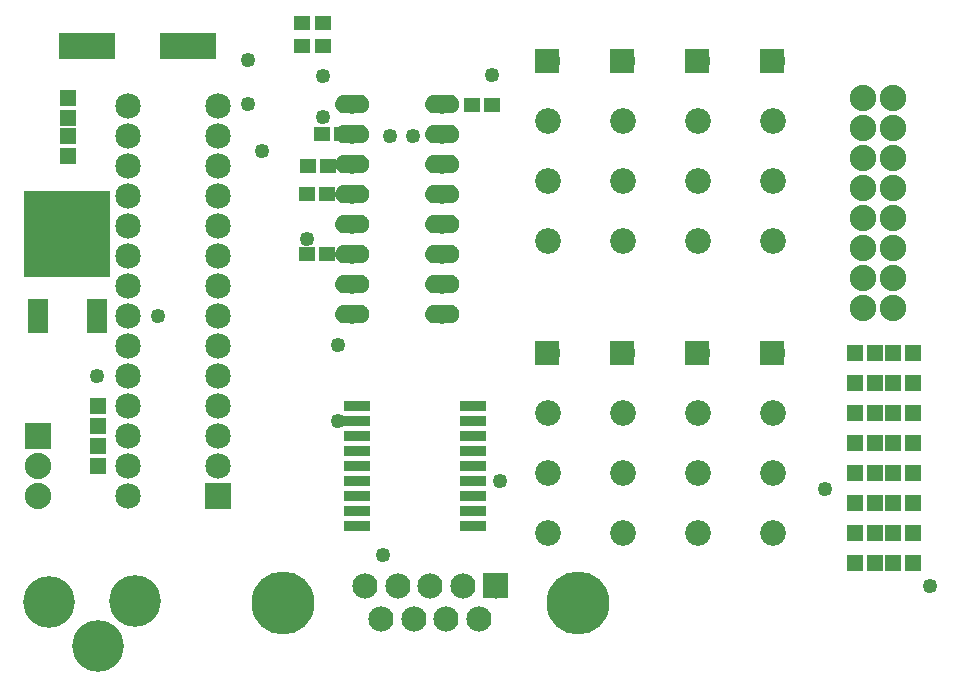
<source format=gts>
G04 MADE WITH FRITZING*
G04 WWW.FRITZING.ORG*
G04 DOUBLE SIDED*
G04 HOLES PLATED*
G04 CONTOUR ON CENTER OF CONTOUR VECTOR*
%ASAXBY*%
%FSLAX23Y23*%
%MOIN*%
%OFA0B0*%
%SFA1.0B1.0*%
%ADD10C,0.049370*%
%ADD11C,0.088000*%
%ADD12C,0.082556*%
%ADD13C,0.085333*%
%ADD14C,0.084000*%
%ADD15C,0.210000*%
%ADD16C,0.062000*%
%ADD17C,0.085000*%
%ADD18C,0.172000*%
%ADD19R,0.083944X0.083944*%
%ADD20R,0.053307X0.057244*%
%ADD21R,0.085000X0.085000*%
%ADD22R,0.053307X0.049370*%
%ADD23R,0.088000X0.088000*%
%ADD24R,0.057244X0.053307*%
%ADD25R,0.090000X0.036000*%
%ADD26R,0.187165X0.088740*%
%ADD27R,0.285591X0.285591*%
%ADD28R,0.069055X0.116299*%
%ADD29R,0.001000X0.001000*%
%LNMASK1*%
G90*
G70*
G54D10*
X2773Y641D03*
X3124Y317D03*
X1399Y1817D03*
X1324Y1817D03*
X1150Y1118D03*
G54D11*
X2899Y1942D03*
X2899Y1842D03*
X2899Y1742D03*
X2899Y1642D03*
X2899Y1542D03*
X2899Y1442D03*
X2899Y1342D03*
X2899Y1242D03*
X2899Y1942D03*
X2899Y1842D03*
X2899Y1742D03*
X2899Y1642D03*
X2899Y1542D03*
X2899Y1442D03*
X2899Y1342D03*
X2899Y1242D03*
X2999Y1242D03*
X2999Y1342D03*
X2999Y1442D03*
X2999Y1542D03*
X2999Y1642D03*
X2999Y1742D03*
X2999Y1842D03*
X2999Y1942D03*
G54D10*
X1691Y665D03*
G54D12*
X2099Y2067D03*
G54D13*
X2100Y1867D03*
X2099Y1467D03*
X2099Y1667D03*
G54D12*
X1849Y1092D03*
G54D13*
X1850Y892D03*
X1849Y492D03*
X1849Y692D03*
G54D12*
X2599Y1092D03*
G54D13*
X2600Y892D03*
X2599Y492D03*
X2599Y692D03*
G54D12*
X2349Y1092D03*
G54D13*
X2350Y892D03*
X2349Y492D03*
X2349Y692D03*
G54D12*
X1849Y2067D03*
G54D13*
X1850Y1867D03*
X1849Y1467D03*
X1849Y1667D03*
G54D12*
X2099Y1092D03*
G54D13*
X2100Y892D03*
X2099Y492D03*
X2099Y692D03*
G54D12*
X2349Y2067D03*
G54D13*
X2350Y1867D03*
X2349Y1467D03*
X2349Y1667D03*
G54D12*
X2599Y2067D03*
G54D13*
X2600Y1867D03*
X2599Y1467D03*
X2599Y1667D03*
G54D10*
X1047Y1474D03*
X1150Y867D03*
X1299Y418D03*
X1664Y2021D03*
X851Y2069D03*
G54D14*
X1676Y317D03*
X1567Y317D03*
X1458Y317D03*
X1349Y317D03*
X1240Y317D03*
X1621Y205D03*
X1512Y205D03*
X1404Y205D03*
X1294Y205D03*
G54D15*
X1950Y261D03*
X966Y261D03*
G54D14*
X1676Y317D03*
X1567Y317D03*
X1458Y317D03*
X1349Y317D03*
X1240Y317D03*
X1621Y205D03*
X1512Y205D03*
X1404Y205D03*
X1294Y205D03*
G54D15*
X1950Y261D03*
X966Y261D03*
G54D16*
X1198Y1921D03*
X1198Y1821D03*
X1198Y1721D03*
X1198Y1621D03*
X1198Y1521D03*
X1198Y1421D03*
X1198Y1321D03*
X1198Y1221D03*
X1498Y1221D03*
X1498Y1321D03*
X1498Y1421D03*
X1498Y1521D03*
X1498Y1621D03*
X1498Y1721D03*
X1498Y1821D03*
X1498Y1921D03*
X1198Y1921D03*
X1198Y1821D03*
X1198Y1721D03*
X1198Y1621D03*
X1198Y1521D03*
X1198Y1421D03*
X1198Y1321D03*
X1198Y1221D03*
X1498Y1221D03*
X1498Y1321D03*
X1498Y1421D03*
X1498Y1521D03*
X1498Y1621D03*
X1498Y1721D03*
X1498Y1821D03*
X1498Y1921D03*
G54D17*
X749Y617D03*
X449Y617D03*
X749Y717D03*
X449Y717D03*
X749Y817D03*
X449Y817D03*
X749Y917D03*
X449Y917D03*
X749Y1017D03*
X449Y1017D03*
X749Y1117D03*
X449Y1117D03*
X749Y1217D03*
X449Y1217D03*
X749Y1317D03*
X449Y1317D03*
X749Y1417D03*
X449Y1417D03*
X749Y1517D03*
X449Y1517D03*
X749Y1617D03*
X449Y1617D03*
X749Y1717D03*
X449Y1717D03*
X749Y1817D03*
X449Y1817D03*
X749Y1917D03*
X449Y1917D03*
G54D18*
X474Y265D03*
X186Y264D03*
X349Y117D03*
X474Y265D03*
X186Y264D03*
X349Y117D03*
G54D10*
X1099Y2017D03*
X1099Y1880D03*
X898Y1767D03*
X851Y1922D03*
G54D11*
X149Y817D03*
X149Y717D03*
X149Y617D03*
G54D10*
X347Y1015D03*
X551Y1216D03*
G54D19*
X2098Y2067D03*
X1848Y1092D03*
X2598Y1092D03*
X2348Y1092D03*
X1848Y2067D03*
X2098Y1092D03*
X2348Y2067D03*
X2598Y2067D03*
G54D20*
X349Y850D03*
X349Y917D03*
X349Y717D03*
X349Y784D03*
G54D21*
X749Y617D03*
G54D22*
X1049Y1717D03*
X1116Y1717D03*
X1047Y1624D03*
X1114Y1624D03*
X1047Y1424D03*
X1114Y1424D03*
X1097Y1824D03*
X1164Y1824D03*
X1598Y1921D03*
X1665Y1921D03*
G54D23*
X149Y817D03*
G54D24*
X2999Y392D03*
X3066Y392D03*
X2999Y492D03*
X3066Y492D03*
X2999Y592D03*
X3066Y592D03*
X2999Y692D03*
X3066Y692D03*
X2999Y792D03*
X3066Y792D03*
X2999Y892D03*
X3066Y892D03*
X2999Y992D03*
X3066Y992D03*
G54D20*
X249Y1750D03*
X249Y1817D03*
G54D24*
X2999Y1092D03*
X3066Y1092D03*
X2874Y392D03*
X2941Y392D03*
X2874Y492D03*
X2941Y492D03*
X2874Y592D03*
X2941Y592D03*
X2874Y692D03*
X2941Y692D03*
X2874Y792D03*
X2941Y792D03*
X2874Y892D03*
X2941Y892D03*
X2874Y992D03*
X2941Y992D03*
G54D20*
X249Y1875D03*
X249Y1942D03*
G54D24*
X2874Y1092D03*
X2941Y1092D03*
G54D25*
X1213Y917D03*
X1213Y867D03*
X1213Y817D03*
X1213Y767D03*
X1213Y717D03*
X1213Y667D03*
X1213Y617D03*
X1213Y567D03*
X1599Y567D03*
X1599Y617D03*
X1599Y667D03*
X1599Y717D03*
X1599Y767D03*
X1599Y817D03*
X1599Y867D03*
X1599Y917D03*
X1213Y517D03*
X1599Y517D03*
G54D26*
X314Y2117D03*
X649Y2117D03*
G54D27*
X247Y1490D03*
G54D28*
X346Y1217D03*
X149Y1217D03*
G54D22*
X1099Y2192D03*
X1032Y2192D03*
X1099Y2117D03*
X1032Y2117D03*
G54D29*
X1169Y1953D02*
X1227Y1953D01*
X1469Y1953D02*
X1527Y1953D01*
X1164Y1952D02*
X1232Y1952D01*
X1464Y1952D02*
X1532Y1952D01*
X1161Y1951D02*
X1235Y1951D01*
X1461Y1951D02*
X1535Y1951D01*
X1159Y1950D02*
X1237Y1950D01*
X1459Y1950D02*
X1537Y1950D01*
X1157Y1949D02*
X1239Y1949D01*
X1457Y1949D02*
X1539Y1949D01*
X1155Y1948D02*
X1240Y1948D01*
X1455Y1948D02*
X1540Y1948D01*
X1154Y1947D02*
X1242Y1947D01*
X1454Y1947D02*
X1542Y1947D01*
X1152Y1946D02*
X1243Y1946D01*
X1452Y1946D02*
X1543Y1946D01*
X1151Y1945D02*
X1244Y1945D01*
X1451Y1945D02*
X1544Y1945D01*
X1150Y1944D02*
X1245Y1944D01*
X1450Y1944D02*
X1545Y1944D01*
X1149Y1943D02*
X1246Y1943D01*
X1449Y1943D02*
X1546Y1943D01*
X1148Y1942D02*
X1247Y1942D01*
X1448Y1942D02*
X1547Y1942D01*
X1148Y1941D02*
X1248Y1941D01*
X1448Y1941D02*
X1548Y1941D01*
X1147Y1940D02*
X1249Y1940D01*
X1447Y1940D02*
X1549Y1940D01*
X1146Y1939D02*
X1249Y1939D01*
X1446Y1939D02*
X1549Y1939D01*
X1146Y1938D02*
X1250Y1938D01*
X1446Y1938D02*
X1550Y1938D01*
X1145Y1937D02*
X1250Y1937D01*
X1445Y1937D02*
X1550Y1937D01*
X1145Y1936D02*
X1251Y1936D01*
X1445Y1936D02*
X1551Y1936D01*
X1144Y1935D02*
X1251Y1935D01*
X1444Y1935D02*
X1551Y1935D01*
X1144Y1934D02*
X1252Y1934D01*
X1444Y1934D02*
X1552Y1934D01*
X1143Y1933D02*
X1195Y1933D01*
X1201Y1933D02*
X1252Y1933D01*
X1443Y1933D02*
X1495Y1933D01*
X1501Y1933D02*
X1552Y1933D01*
X1143Y1932D02*
X1192Y1932D01*
X1204Y1932D02*
X1253Y1932D01*
X1443Y1932D02*
X1492Y1932D01*
X1503Y1932D02*
X1553Y1932D01*
X1143Y1931D02*
X1191Y1931D01*
X1205Y1931D02*
X1253Y1931D01*
X1443Y1931D02*
X1491Y1931D01*
X1505Y1931D02*
X1553Y1931D01*
X1142Y1930D02*
X1190Y1930D01*
X1206Y1930D02*
X1253Y1930D01*
X1442Y1930D02*
X1490Y1930D01*
X1506Y1930D02*
X1553Y1930D01*
X1142Y1929D02*
X1189Y1929D01*
X1207Y1929D02*
X1254Y1929D01*
X1442Y1929D02*
X1489Y1929D01*
X1507Y1929D02*
X1553Y1929D01*
X1142Y1928D02*
X1188Y1928D01*
X1208Y1928D02*
X1254Y1928D01*
X1442Y1928D02*
X1488Y1928D01*
X1508Y1928D02*
X1554Y1928D01*
X1142Y1927D02*
X1187Y1927D01*
X1208Y1927D02*
X1254Y1927D01*
X1442Y1927D02*
X1487Y1927D01*
X1508Y1927D02*
X1554Y1927D01*
X1142Y1926D02*
X1187Y1926D01*
X1209Y1926D02*
X1254Y1926D01*
X1442Y1926D02*
X1487Y1926D01*
X1509Y1926D02*
X1554Y1926D01*
X1141Y1925D02*
X1187Y1925D01*
X1209Y1925D02*
X1254Y1925D01*
X1441Y1925D02*
X1487Y1925D01*
X1509Y1925D02*
X1554Y1925D01*
X1141Y1924D02*
X1186Y1924D01*
X1209Y1924D02*
X1254Y1924D01*
X1441Y1924D02*
X1486Y1924D01*
X1509Y1924D02*
X1554Y1924D01*
X1141Y1923D02*
X1186Y1923D01*
X1209Y1923D02*
X1254Y1923D01*
X1441Y1923D02*
X1486Y1923D01*
X1509Y1923D02*
X1554Y1923D01*
X1141Y1922D02*
X1186Y1922D01*
X1209Y1922D02*
X1254Y1922D01*
X1441Y1922D02*
X1486Y1922D01*
X1509Y1922D02*
X1554Y1922D01*
X1141Y1921D02*
X1186Y1921D01*
X1209Y1921D02*
X1254Y1921D01*
X1441Y1921D02*
X1486Y1921D01*
X1509Y1921D02*
X1554Y1921D01*
X1141Y1920D02*
X1187Y1920D01*
X1209Y1920D02*
X1254Y1920D01*
X1441Y1920D02*
X1487Y1920D01*
X1509Y1920D02*
X1554Y1920D01*
X1142Y1919D02*
X1187Y1919D01*
X1209Y1919D02*
X1254Y1919D01*
X1441Y1919D02*
X1487Y1919D01*
X1509Y1919D02*
X1554Y1919D01*
X1142Y1918D02*
X1187Y1918D01*
X1209Y1918D02*
X1254Y1918D01*
X1442Y1918D02*
X1487Y1918D01*
X1509Y1918D02*
X1554Y1918D01*
X1142Y1917D02*
X1188Y1917D01*
X1208Y1917D02*
X1254Y1917D01*
X1442Y1917D02*
X1488Y1917D01*
X1508Y1917D02*
X1554Y1917D01*
X1142Y1916D02*
X1188Y1916D01*
X1207Y1916D02*
X1254Y1916D01*
X1442Y1916D02*
X1488Y1916D01*
X1507Y1916D02*
X1554Y1916D01*
X1142Y1915D02*
X1189Y1915D01*
X1207Y1915D02*
X1253Y1915D01*
X1442Y1915D02*
X1489Y1915D01*
X1507Y1915D02*
X1553Y1915D01*
X1143Y1914D02*
X1190Y1914D01*
X1206Y1914D02*
X1253Y1914D01*
X1443Y1914D02*
X1490Y1914D01*
X1505Y1914D02*
X1553Y1914D01*
X1143Y1913D02*
X1191Y1913D01*
X1204Y1913D02*
X1253Y1913D01*
X1443Y1913D02*
X1491Y1913D01*
X1504Y1913D02*
X1553Y1913D01*
X1143Y1912D02*
X1193Y1912D01*
X1202Y1912D02*
X1252Y1912D01*
X1443Y1912D02*
X1493Y1912D01*
X1502Y1912D02*
X1552Y1912D01*
X1144Y1911D02*
X1252Y1911D01*
X1444Y1911D02*
X1552Y1911D01*
X1144Y1910D02*
X1252Y1910D01*
X1444Y1910D02*
X1552Y1910D01*
X1144Y1909D02*
X1251Y1909D01*
X1444Y1909D02*
X1551Y1909D01*
X1145Y1908D02*
X1251Y1908D01*
X1445Y1908D02*
X1551Y1908D01*
X1145Y1907D02*
X1250Y1907D01*
X1445Y1907D02*
X1550Y1907D01*
X1146Y1906D02*
X1250Y1906D01*
X1446Y1906D02*
X1550Y1906D01*
X1147Y1905D02*
X1249Y1905D01*
X1447Y1905D02*
X1549Y1905D01*
X1147Y1904D02*
X1248Y1904D01*
X1447Y1904D02*
X1548Y1904D01*
X1148Y1903D02*
X1248Y1903D01*
X1448Y1903D02*
X1548Y1903D01*
X1149Y1902D02*
X1247Y1902D01*
X1449Y1902D02*
X1547Y1902D01*
X1150Y1901D02*
X1246Y1901D01*
X1450Y1901D02*
X1546Y1901D01*
X1151Y1900D02*
X1245Y1900D01*
X1451Y1900D02*
X1545Y1900D01*
X1152Y1899D02*
X1244Y1899D01*
X1452Y1899D02*
X1544Y1899D01*
X1153Y1898D02*
X1243Y1898D01*
X1453Y1898D02*
X1542Y1898D01*
X1155Y1897D02*
X1241Y1897D01*
X1454Y1897D02*
X1541Y1897D01*
X1156Y1896D02*
X1240Y1896D01*
X1456Y1896D02*
X1540Y1896D01*
X1158Y1895D02*
X1238Y1895D01*
X1458Y1895D02*
X1538Y1895D01*
X1160Y1894D02*
X1236Y1894D01*
X1460Y1894D02*
X1536Y1894D01*
X1163Y1893D02*
X1233Y1893D01*
X1462Y1893D02*
X1533Y1893D01*
X1166Y1892D02*
X1230Y1892D01*
X1466Y1892D02*
X1530Y1892D01*
X1168Y1853D02*
X1227Y1853D01*
X1468Y1853D02*
X1527Y1853D01*
X1164Y1852D02*
X1232Y1852D01*
X1464Y1852D02*
X1532Y1852D01*
X1161Y1851D02*
X1235Y1851D01*
X1461Y1851D02*
X1535Y1851D01*
X1159Y1850D02*
X1237Y1850D01*
X1459Y1850D02*
X1537Y1850D01*
X1157Y1849D02*
X1239Y1849D01*
X1457Y1849D02*
X1539Y1849D01*
X1155Y1848D02*
X1241Y1848D01*
X1455Y1848D02*
X1541Y1848D01*
X1154Y1847D02*
X1242Y1847D01*
X1454Y1847D02*
X1542Y1847D01*
X1152Y1846D02*
X1243Y1846D01*
X1452Y1846D02*
X1543Y1846D01*
X1151Y1845D02*
X1244Y1845D01*
X1451Y1845D02*
X1544Y1845D01*
X1150Y1844D02*
X1245Y1844D01*
X1450Y1844D02*
X1545Y1844D01*
X1149Y1843D02*
X1246Y1843D01*
X1449Y1843D02*
X1546Y1843D01*
X1148Y1842D02*
X1247Y1842D01*
X1448Y1842D02*
X1547Y1842D01*
X1148Y1841D02*
X1248Y1841D01*
X1448Y1841D02*
X1548Y1841D01*
X1147Y1840D02*
X1249Y1840D01*
X1447Y1840D02*
X1549Y1840D01*
X1146Y1839D02*
X1249Y1839D01*
X1446Y1839D02*
X1549Y1839D01*
X1146Y1838D02*
X1250Y1838D01*
X1446Y1838D02*
X1550Y1838D01*
X1145Y1837D02*
X1251Y1837D01*
X1445Y1837D02*
X1550Y1837D01*
X1145Y1836D02*
X1251Y1836D01*
X1445Y1836D02*
X1551Y1836D01*
X1144Y1835D02*
X1251Y1835D01*
X1444Y1835D02*
X1551Y1835D01*
X1144Y1834D02*
X1252Y1834D01*
X1444Y1834D02*
X1552Y1834D01*
X1143Y1833D02*
X1195Y1833D01*
X1201Y1833D02*
X1252Y1833D01*
X1443Y1833D02*
X1495Y1833D01*
X1501Y1833D02*
X1552Y1833D01*
X1143Y1832D02*
X1192Y1832D01*
X1204Y1832D02*
X1253Y1832D01*
X1443Y1832D02*
X1492Y1832D01*
X1504Y1832D02*
X1553Y1832D01*
X1143Y1831D02*
X1191Y1831D01*
X1205Y1831D02*
X1253Y1831D01*
X1443Y1831D02*
X1491Y1831D01*
X1505Y1831D02*
X1553Y1831D01*
X1142Y1830D02*
X1189Y1830D01*
X1206Y1830D02*
X1253Y1830D01*
X1442Y1830D02*
X1489Y1830D01*
X1506Y1830D02*
X1553Y1830D01*
X1142Y1829D02*
X1189Y1829D01*
X1207Y1829D02*
X1254Y1829D01*
X1442Y1829D02*
X1489Y1829D01*
X1507Y1829D02*
X1553Y1829D01*
X1142Y1828D02*
X1188Y1828D01*
X1208Y1828D02*
X1254Y1828D01*
X1442Y1828D02*
X1488Y1828D01*
X1508Y1828D02*
X1554Y1828D01*
X1142Y1827D02*
X1187Y1827D01*
X1208Y1827D02*
X1254Y1827D01*
X1442Y1827D02*
X1487Y1827D01*
X1508Y1827D02*
X1554Y1827D01*
X1142Y1826D02*
X1187Y1826D01*
X1209Y1826D02*
X1254Y1826D01*
X1442Y1826D02*
X1487Y1826D01*
X1509Y1826D02*
X1554Y1826D01*
X1141Y1825D02*
X1187Y1825D01*
X1209Y1825D02*
X1254Y1825D01*
X1441Y1825D02*
X1487Y1825D01*
X1509Y1825D02*
X1554Y1825D01*
X1141Y1824D02*
X1186Y1824D01*
X1209Y1824D02*
X1254Y1824D01*
X1441Y1824D02*
X1486Y1824D01*
X1509Y1824D02*
X1554Y1824D01*
X1141Y1823D02*
X1186Y1823D01*
X1209Y1823D02*
X1254Y1823D01*
X1441Y1823D02*
X1486Y1823D01*
X1509Y1823D02*
X1554Y1823D01*
X1141Y1822D02*
X1186Y1822D01*
X1209Y1822D02*
X1254Y1822D01*
X1441Y1822D02*
X1486Y1822D01*
X1509Y1822D02*
X1554Y1822D01*
X1141Y1821D02*
X1186Y1821D01*
X1209Y1821D02*
X1254Y1821D01*
X1441Y1821D02*
X1486Y1821D01*
X1509Y1821D02*
X1554Y1821D01*
X1141Y1820D02*
X1187Y1820D01*
X1209Y1820D02*
X1254Y1820D01*
X1441Y1820D02*
X1487Y1820D01*
X1509Y1820D02*
X1554Y1820D01*
X1142Y1819D02*
X1187Y1819D01*
X1209Y1819D02*
X1254Y1819D01*
X1442Y1819D02*
X1487Y1819D01*
X1509Y1819D02*
X1554Y1819D01*
X1142Y1818D02*
X1187Y1818D01*
X1209Y1818D02*
X1254Y1818D01*
X1442Y1818D02*
X1487Y1818D01*
X1508Y1818D02*
X1554Y1818D01*
X1142Y1817D02*
X1188Y1817D01*
X1208Y1817D02*
X1254Y1817D01*
X1442Y1817D02*
X1488Y1817D01*
X1508Y1817D02*
X1554Y1817D01*
X1142Y1816D02*
X1188Y1816D01*
X1207Y1816D02*
X1254Y1816D01*
X1442Y1816D02*
X1488Y1816D01*
X1507Y1816D02*
X1554Y1816D01*
X1142Y1815D02*
X1189Y1815D01*
X1207Y1815D02*
X1253Y1815D01*
X1442Y1815D02*
X1489Y1815D01*
X1506Y1815D02*
X1553Y1815D01*
X1143Y1814D02*
X1190Y1814D01*
X1205Y1814D02*
X1253Y1814D01*
X1443Y1814D02*
X1490Y1814D01*
X1505Y1814D02*
X1553Y1814D01*
X1143Y1813D02*
X1191Y1813D01*
X1204Y1813D02*
X1253Y1813D01*
X1443Y1813D02*
X1491Y1813D01*
X1504Y1813D02*
X1553Y1813D01*
X1143Y1812D02*
X1193Y1812D01*
X1202Y1812D02*
X1252Y1812D01*
X1443Y1812D02*
X1493Y1812D01*
X1502Y1812D02*
X1552Y1812D01*
X1144Y1811D02*
X1252Y1811D01*
X1444Y1811D02*
X1552Y1811D01*
X1144Y1810D02*
X1252Y1810D01*
X1444Y1810D02*
X1552Y1810D01*
X1144Y1809D02*
X1251Y1809D01*
X1444Y1809D02*
X1551Y1809D01*
X1145Y1808D02*
X1251Y1808D01*
X1445Y1808D02*
X1551Y1808D01*
X1145Y1807D02*
X1250Y1807D01*
X1445Y1807D02*
X1550Y1807D01*
X1146Y1806D02*
X1250Y1806D01*
X1446Y1806D02*
X1550Y1806D01*
X1147Y1805D02*
X1249Y1805D01*
X1447Y1805D02*
X1549Y1805D01*
X1147Y1804D02*
X1248Y1804D01*
X1447Y1804D02*
X1548Y1804D01*
X1148Y1803D02*
X1248Y1803D01*
X1448Y1803D02*
X1547Y1803D01*
X1149Y1802D02*
X1247Y1802D01*
X1449Y1802D02*
X1547Y1802D01*
X1150Y1801D02*
X1246Y1801D01*
X1450Y1801D02*
X1546Y1801D01*
X1151Y1800D02*
X1245Y1800D01*
X1451Y1800D02*
X1545Y1800D01*
X1152Y1799D02*
X1244Y1799D01*
X1452Y1799D02*
X1544Y1799D01*
X1153Y1798D02*
X1242Y1798D01*
X1453Y1798D02*
X1542Y1798D01*
X1155Y1797D02*
X1241Y1797D01*
X1455Y1797D02*
X1541Y1797D01*
X1156Y1796D02*
X1240Y1796D01*
X1456Y1796D02*
X1539Y1796D01*
X1158Y1795D02*
X1238Y1795D01*
X1458Y1795D02*
X1538Y1795D01*
X1160Y1794D02*
X1236Y1794D01*
X1460Y1794D02*
X1536Y1794D01*
X1163Y1793D02*
X1233Y1793D01*
X1463Y1793D02*
X1533Y1793D01*
X1166Y1792D02*
X1230Y1792D01*
X1466Y1792D02*
X1529Y1792D01*
X1168Y1753D02*
X1228Y1753D01*
X1468Y1753D02*
X1527Y1753D01*
X1164Y1752D02*
X1232Y1752D01*
X1464Y1752D02*
X1532Y1752D01*
X1161Y1751D02*
X1235Y1751D01*
X1461Y1751D02*
X1535Y1751D01*
X1159Y1750D02*
X1237Y1750D01*
X1459Y1750D02*
X1537Y1750D01*
X1157Y1749D02*
X1239Y1749D01*
X1457Y1749D02*
X1539Y1749D01*
X1155Y1748D02*
X1241Y1748D01*
X1455Y1748D02*
X1541Y1748D01*
X1154Y1747D02*
X1242Y1747D01*
X1454Y1747D02*
X1542Y1747D01*
X1152Y1746D02*
X1243Y1746D01*
X1452Y1746D02*
X1543Y1746D01*
X1151Y1745D02*
X1244Y1745D01*
X1451Y1745D02*
X1544Y1745D01*
X1150Y1744D02*
X1245Y1744D01*
X1450Y1744D02*
X1545Y1744D01*
X1149Y1743D02*
X1246Y1743D01*
X1449Y1743D02*
X1546Y1743D01*
X1148Y1742D02*
X1247Y1742D01*
X1448Y1742D02*
X1547Y1742D01*
X1148Y1741D02*
X1248Y1741D01*
X1448Y1741D02*
X1548Y1741D01*
X1147Y1740D02*
X1249Y1740D01*
X1447Y1740D02*
X1549Y1740D01*
X1146Y1739D02*
X1249Y1739D01*
X1446Y1739D02*
X1549Y1739D01*
X1146Y1738D02*
X1250Y1738D01*
X1446Y1738D02*
X1550Y1738D01*
X1145Y1737D02*
X1251Y1737D01*
X1445Y1737D02*
X1551Y1737D01*
X1145Y1736D02*
X1251Y1736D01*
X1445Y1736D02*
X1551Y1736D01*
X1144Y1735D02*
X1252Y1735D01*
X1444Y1735D02*
X1551Y1735D01*
X1144Y1734D02*
X1252Y1734D01*
X1444Y1734D02*
X1552Y1734D01*
X1143Y1733D02*
X1194Y1733D01*
X1201Y1733D02*
X1252Y1733D01*
X1443Y1733D02*
X1494Y1733D01*
X1501Y1733D02*
X1552Y1733D01*
X1143Y1732D02*
X1192Y1732D01*
X1204Y1732D02*
X1253Y1732D01*
X1443Y1732D02*
X1492Y1732D01*
X1504Y1732D02*
X1553Y1732D01*
X1143Y1731D02*
X1191Y1731D01*
X1205Y1731D02*
X1253Y1731D01*
X1443Y1731D02*
X1491Y1731D01*
X1505Y1731D02*
X1553Y1731D01*
X1142Y1730D02*
X1189Y1730D01*
X1206Y1730D02*
X1253Y1730D01*
X1442Y1730D02*
X1489Y1730D01*
X1506Y1730D02*
X1553Y1730D01*
X1142Y1729D02*
X1189Y1729D01*
X1207Y1729D02*
X1254Y1729D01*
X1442Y1729D02*
X1489Y1729D01*
X1507Y1729D02*
X1553Y1729D01*
X1142Y1728D02*
X1188Y1728D01*
X1208Y1728D02*
X1254Y1728D01*
X1442Y1728D02*
X1488Y1728D01*
X1508Y1728D02*
X1554Y1728D01*
X1142Y1727D02*
X1187Y1727D01*
X1208Y1727D02*
X1254Y1727D01*
X1442Y1727D02*
X1487Y1727D01*
X1508Y1727D02*
X1554Y1727D01*
X1142Y1726D02*
X1187Y1726D01*
X1209Y1726D02*
X1254Y1726D01*
X1442Y1726D02*
X1487Y1726D01*
X1509Y1726D02*
X1554Y1726D01*
X1141Y1725D02*
X1187Y1725D01*
X1209Y1725D02*
X1254Y1725D01*
X1441Y1725D02*
X1487Y1725D01*
X1509Y1725D02*
X1554Y1725D01*
X1141Y1724D02*
X1186Y1724D01*
X1209Y1724D02*
X1254Y1724D01*
X1441Y1724D02*
X1486Y1724D01*
X1509Y1724D02*
X1554Y1724D01*
X1141Y1723D02*
X1186Y1723D01*
X1209Y1723D02*
X1254Y1723D01*
X1441Y1723D02*
X1486Y1723D01*
X1509Y1723D02*
X1554Y1723D01*
X1141Y1722D02*
X1186Y1722D01*
X1209Y1722D02*
X1254Y1722D01*
X1441Y1722D02*
X1486Y1722D01*
X1509Y1722D02*
X1554Y1722D01*
X1141Y1721D02*
X1186Y1721D01*
X1209Y1721D02*
X1254Y1721D01*
X1441Y1721D02*
X1486Y1721D01*
X1509Y1721D02*
X1554Y1721D01*
X1141Y1720D02*
X1187Y1720D01*
X1209Y1720D02*
X1254Y1720D01*
X1441Y1720D02*
X1487Y1720D01*
X1509Y1720D02*
X1554Y1720D01*
X1142Y1719D02*
X1187Y1719D01*
X1209Y1719D02*
X1254Y1719D01*
X1442Y1719D02*
X1487Y1719D01*
X1509Y1719D02*
X1554Y1719D01*
X1142Y1718D02*
X1187Y1718D01*
X1209Y1718D02*
X1254Y1718D01*
X1442Y1718D02*
X1487Y1718D01*
X1508Y1718D02*
X1554Y1718D01*
X1142Y1717D02*
X1188Y1717D01*
X1208Y1717D02*
X1254Y1717D01*
X1442Y1717D02*
X1488Y1717D01*
X1508Y1717D02*
X1554Y1717D01*
X1142Y1716D02*
X1188Y1716D01*
X1207Y1716D02*
X1254Y1716D01*
X1442Y1716D02*
X1488Y1716D01*
X1507Y1716D02*
X1554Y1716D01*
X1142Y1715D02*
X1189Y1715D01*
X1206Y1715D02*
X1253Y1715D01*
X1442Y1715D02*
X1489Y1715D01*
X1506Y1715D02*
X1553Y1715D01*
X1143Y1714D02*
X1190Y1714D01*
X1205Y1714D02*
X1253Y1714D01*
X1443Y1714D02*
X1490Y1714D01*
X1505Y1714D02*
X1553Y1714D01*
X1143Y1713D02*
X1191Y1713D01*
X1204Y1713D02*
X1253Y1713D01*
X1443Y1713D02*
X1491Y1713D01*
X1504Y1713D02*
X1553Y1713D01*
X1143Y1712D02*
X1193Y1712D01*
X1202Y1712D02*
X1252Y1712D01*
X1443Y1712D02*
X1493Y1712D01*
X1502Y1712D02*
X1552Y1712D01*
X1144Y1711D02*
X1252Y1711D01*
X1444Y1711D02*
X1552Y1711D01*
X1144Y1710D02*
X1252Y1710D01*
X1444Y1710D02*
X1552Y1710D01*
X1144Y1709D02*
X1251Y1709D01*
X1444Y1709D02*
X1551Y1709D01*
X1145Y1708D02*
X1251Y1708D01*
X1445Y1708D02*
X1551Y1708D01*
X1146Y1707D02*
X1250Y1707D01*
X1445Y1707D02*
X1550Y1707D01*
X1146Y1706D02*
X1250Y1706D01*
X1446Y1706D02*
X1550Y1706D01*
X1147Y1705D02*
X1249Y1705D01*
X1447Y1705D02*
X1549Y1705D01*
X1147Y1704D02*
X1248Y1704D01*
X1447Y1704D02*
X1548Y1704D01*
X1148Y1703D02*
X1247Y1703D01*
X1448Y1703D02*
X1547Y1703D01*
X1149Y1702D02*
X1247Y1702D01*
X1449Y1702D02*
X1547Y1702D01*
X1150Y1701D02*
X1246Y1701D01*
X1450Y1701D02*
X1546Y1701D01*
X1151Y1700D02*
X1245Y1700D01*
X1451Y1700D02*
X1545Y1700D01*
X1152Y1699D02*
X1244Y1699D01*
X1452Y1699D02*
X1544Y1699D01*
X1153Y1698D02*
X1242Y1698D01*
X1453Y1698D02*
X1542Y1698D01*
X1155Y1697D02*
X1241Y1697D01*
X1455Y1697D02*
X1541Y1697D01*
X1156Y1696D02*
X1239Y1696D01*
X1456Y1696D02*
X1539Y1696D01*
X1158Y1695D02*
X1238Y1695D01*
X1458Y1695D02*
X1538Y1695D01*
X1160Y1694D02*
X1236Y1694D01*
X1460Y1694D02*
X1536Y1694D01*
X1163Y1693D02*
X1233Y1693D01*
X1463Y1693D02*
X1533Y1693D01*
X1166Y1692D02*
X1229Y1692D01*
X1466Y1692D02*
X1529Y1692D01*
X1168Y1653D02*
X1228Y1653D01*
X1468Y1653D02*
X1528Y1653D01*
X1164Y1652D02*
X1232Y1652D01*
X1463Y1652D02*
X1532Y1652D01*
X1161Y1651D02*
X1235Y1651D01*
X1461Y1651D02*
X1535Y1651D01*
X1159Y1650D02*
X1237Y1650D01*
X1458Y1650D02*
X1537Y1650D01*
X1157Y1649D02*
X1239Y1649D01*
X1457Y1649D02*
X1539Y1649D01*
X1155Y1648D02*
X1241Y1648D01*
X1455Y1648D02*
X1541Y1648D01*
X1154Y1647D02*
X1242Y1647D01*
X1454Y1647D02*
X1542Y1647D01*
X1152Y1646D02*
X1243Y1646D01*
X1452Y1646D02*
X1543Y1646D01*
X1151Y1645D02*
X1244Y1645D01*
X1451Y1645D02*
X1544Y1645D01*
X1150Y1644D02*
X1246Y1644D01*
X1450Y1644D02*
X1545Y1644D01*
X1149Y1643D02*
X1246Y1643D01*
X1449Y1643D02*
X1546Y1643D01*
X1148Y1642D02*
X1247Y1642D01*
X1448Y1642D02*
X1547Y1642D01*
X1148Y1641D02*
X1248Y1641D01*
X1448Y1641D02*
X1548Y1641D01*
X1147Y1640D02*
X1249Y1640D01*
X1447Y1640D02*
X1549Y1640D01*
X1146Y1639D02*
X1249Y1639D01*
X1446Y1639D02*
X1549Y1639D01*
X1146Y1638D02*
X1250Y1638D01*
X1446Y1638D02*
X1550Y1638D01*
X1145Y1637D02*
X1251Y1637D01*
X1445Y1637D02*
X1551Y1637D01*
X1145Y1636D02*
X1251Y1636D01*
X1445Y1636D02*
X1551Y1636D01*
X1144Y1635D02*
X1252Y1635D01*
X1444Y1635D02*
X1551Y1635D01*
X1144Y1634D02*
X1252Y1634D01*
X1444Y1634D02*
X1552Y1634D01*
X1143Y1633D02*
X1194Y1633D01*
X1201Y1633D02*
X1252Y1633D01*
X1443Y1633D02*
X1494Y1633D01*
X1501Y1633D02*
X1552Y1633D01*
X1143Y1632D02*
X1192Y1632D01*
X1204Y1632D02*
X1253Y1632D01*
X1443Y1632D02*
X1492Y1632D01*
X1504Y1632D02*
X1553Y1632D01*
X1143Y1631D02*
X1191Y1631D01*
X1205Y1631D02*
X1253Y1631D01*
X1443Y1631D02*
X1490Y1631D01*
X1505Y1631D02*
X1553Y1631D01*
X1142Y1630D02*
X1189Y1630D01*
X1206Y1630D02*
X1253Y1630D01*
X1442Y1630D02*
X1489Y1630D01*
X1506Y1630D02*
X1553Y1630D01*
X1142Y1629D02*
X1189Y1629D01*
X1207Y1629D02*
X1254Y1629D01*
X1442Y1629D02*
X1489Y1629D01*
X1507Y1629D02*
X1554Y1629D01*
X1142Y1628D02*
X1188Y1628D01*
X1208Y1628D02*
X1254Y1628D01*
X1442Y1628D02*
X1488Y1628D01*
X1508Y1628D02*
X1554Y1628D01*
X1142Y1627D02*
X1187Y1627D01*
X1208Y1627D02*
X1254Y1627D01*
X1442Y1627D02*
X1487Y1627D01*
X1508Y1627D02*
X1554Y1627D01*
X1142Y1626D02*
X1187Y1626D01*
X1209Y1626D02*
X1254Y1626D01*
X1442Y1626D02*
X1487Y1626D01*
X1509Y1626D02*
X1554Y1626D01*
X1141Y1625D02*
X1187Y1625D01*
X1209Y1625D02*
X1254Y1625D01*
X1441Y1625D02*
X1487Y1625D01*
X1509Y1625D02*
X1554Y1625D01*
X1141Y1624D02*
X1186Y1624D01*
X1209Y1624D02*
X1254Y1624D01*
X1441Y1624D02*
X1486Y1624D01*
X1509Y1624D02*
X1554Y1624D01*
X1141Y1623D02*
X1186Y1623D01*
X1209Y1623D02*
X1254Y1623D01*
X1441Y1623D02*
X1486Y1623D01*
X1509Y1623D02*
X1554Y1623D01*
X1141Y1622D02*
X1186Y1622D01*
X1209Y1622D02*
X1254Y1622D01*
X1441Y1622D02*
X1486Y1622D01*
X1509Y1622D02*
X1554Y1622D01*
X1141Y1621D02*
X1186Y1621D01*
X1209Y1621D02*
X1254Y1621D01*
X1441Y1621D02*
X1486Y1621D01*
X1509Y1621D02*
X1554Y1621D01*
X1141Y1620D02*
X1187Y1620D01*
X1209Y1620D02*
X1254Y1620D01*
X1441Y1620D02*
X1487Y1620D01*
X1509Y1620D02*
X1554Y1620D01*
X1142Y1619D02*
X1187Y1619D01*
X1209Y1619D02*
X1254Y1619D01*
X1442Y1619D02*
X1487Y1619D01*
X1509Y1619D02*
X1554Y1619D01*
X1142Y1618D02*
X1187Y1618D01*
X1208Y1618D02*
X1254Y1618D01*
X1442Y1618D02*
X1487Y1618D01*
X1508Y1618D02*
X1554Y1618D01*
X1142Y1617D02*
X1188Y1617D01*
X1208Y1617D02*
X1254Y1617D01*
X1442Y1617D02*
X1488Y1617D01*
X1508Y1617D02*
X1554Y1617D01*
X1142Y1616D02*
X1188Y1616D01*
X1207Y1616D02*
X1254Y1616D01*
X1442Y1616D02*
X1488Y1616D01*
X1507Y1616D02*
X1554Y1616D01*
X1142Y1615D02*
X1189Y1615D01*
X1206Y1615D02*
X1253Y1615D01*
X1442Y1615D02*
X1489Y1615D01*
X1506Y1615D02*
X1553Y1615D01*
X1143Y1614D02*
X1190Y1614D01*
X1205Y1614D02*
X1253Y1614D01*
X1443Y1614D02*
X1490Y1614D01*
X1505Y1614D02*
X1553Y1614D01*
X1143Y1613D02*
X1192Y1613D01*
X1204Y1613D02*
X1253Y1613D01*
X1443Y1613D02*
X1492Y1613D01*
X1504Y1613D02*
X1553Y1613D01*
X1143Y1612D02*
X1194Y1612D01*
X1202Y1612D02*
X1252Y1612D01*
X1443Y1612D02*
X1494Y1612D01*
X1502Y1612D02*
X1552Y1612D01*
X1144Y1611D02*
X1252Y1611D01*
X1444Y1611D02*
X1552Y1611D01*
X1144Y1610D02*
X1252Y1610D01*
X1444Y1610D02*
X1552Y1610D01*
X1144Y1609D02*
X1251Y1609D01*
X1444Y1609D02*
X1551Y1609D01*
X1145Y1608D02*
X1251Y1608D01*
X1445Y1608D02*
X1551Y1608D01*
X1146Y1607D02*
X1250Y1607D01*
X1445Y1607D02*
X1550Y1607D01*
X1146Y1606D02*
X1250Y1606D01*
X1446Y1606D02*
X1549Y1606D01*
X1147Y1605D02*
X1249Y1605D01*
X1447Y1605D02*
X1549Y1605D01*
X1147Y1604D02*
X1248Y1604D01*
X1447Y1604D02*
X1548Y1604D01*
X1148Y1603D02*
X1247Y1603D01*
X1448Y1603D02*
X1547Y1603D01*
X1149Y1602D02*
X1247Y1602D01*
X1449Y1602D02*
X1547Y1602D01*
X1150Y1601D02*
X1246Y1601D01*
X1450Y1601D02*
X1546Y1601D01*
X1151Y1600D02*
X1245Y1600D01*
X1451Y1600D02*
X1545Y1600D01*
X1152Y1599D02*
X1244Y1599D01*
X1452Y1599D02*
X1544Y1599D01*
X1153Y1598D02*
X1242Y1598D01*
X1453Y1598D02*
X1542Y1598D01*
X1155Y1597D02*
X1241Y1597D01*
X1455Y1597D02*
X1541Y1597D01*
X1156Y1596D02*
X1239Y1596D01*
X1456Y1596D02*
X1539Y1596D01*
X1158Y1595D02*
X1238Y1595D01*
X1458Y1595D02*
X1538Y1595D01*
X1160Y1594D02*
X1236Y1594D01*
X1460Y1594D02*
X1535Y1594D01*
X1163Y1593D02*
X1233Y1593D01*
X1463Y1593D02*
X1533Y1593D01*
X1167Y1592D02*
X1229Y1592D01*
X1467Y1592D02*
X1529Y1592D01*
X1168Y1553D02*
X1228Y1553D01*
X1468Y1553D02*
X1528Y1553D01*
X1163Y1552D02*
X1232Y1552D01*
X1463Y1552D02*
X1532Y1552D01*
X1161Y1551D02*
X1235Y1551D01*
X1461Y1551D02*
X1535Y1551D01*
X1158Y1550D02*
X1237Y1550D01*
X1458Y1550D02*
X1537Y1550D01*
X1157Y1549D02*
X1239Y1549D01*
X1457Y1549D02*
X1539Y1549D01*
X1155Y1548D02*
X1241Y1548D01*
X1455Y1548D02*
X1541Y1548D01*
X1154Y1547D02*
X1242Y1547D01*
X1454Y1547D02*
X1542Y1547D01*
X1152Y1546D02*
X1243Y1546D01*
X1452Y1546D02*
X1543Y1546D01*
X1151Y1545D02*
X1245Y1545D01*
X1451Y1545D02*
X1544Y1545D01*
X1150Y1544D02*
X1246Y1544D01*
X1450Y1544D02*
X1546Y1544D01*
X1149Y1543D02*
X1246Y1543D01*
X1449Y1543D02*
X1546Y1543D01*
X1148Y1542D02*
X1247Y1542D01*
X1448Y1542D02*
X1547Y1542D01*
X1148Y1541D02*
X1248Y1541D01*
X1448Y1541D02*
X1548Y1541D01*
X1147Y1540D02*
X1249Y1540D01*
X1447Y1540D02*
X1549Y1540D01*
X1146Y1539D02*
X1249Y1539D01*
X1446Y1539D02*
X1549Y1539D01*
X1146Y1538D02*
X1250Y1538D01*
X1446Y1538D02*
X1550Y1538D01*
X1145Y1537D02*
X1251Y1537D01*
X1445Y1537D02*
X1551Y1537D01*
X1145Y1536D02*
X1251Y1536D01*
X1445Y1536D02*
X1551Y1536D01*
X1144Y1535D02*
X1252Y1535D01*
X1444Y1535D02*
X1552Y1535D01*
X1144Y1534D02*
X1252Y1534D01*
X1444Y1534D02*
X1552Y1534D01*
X1143Y1533D02*
X1194Y1533D01*
X1201Y1533D02*
X1252Y1533D01*
X1443Y1533D02*
X1494Y1533D01*
X1501Y1533D02*
X1552Y1533D01*
X1143Y1532D02*
X1192Y1532D01*
X1204Y1532D02*
X1253Y1532D01*
X1443Y1532D02*
X1492Y1532D01*
X1504Y1532D02*
X1553Y1532D01*
X1143Y1531D02*
X1190Y1531D01*
X1205Y1531D02*
X1253Y1531D01*
X1443Y1531D02*
X1490Y1531D01*
X1505Y1531D02*
X1553Y1531D01*
X1142Y1530D02*
X1189Y1530D01*
X1206Y1530D02*
X1253Y1530D01*
X1442Y1530D02*
X1489Y1530D01*
X1506Y1530D02*
X1553Y1530D01*
X1142Y1529D02*
X1189Y1529D01*
X1207Y1529D02*
X1254Y1529D01*
X1442Y1529D02*
X1488Y1529D01*
X1507Y1529D02*
X1554Y1529D01*
X1142Y1528D02*
X1188Y1528D01*
X1208Y1528D02*
X1254Y1528D01*
X1442Y1528D02*
X1488Y1528D01*
X1508Y1528D02*
X1554Y1528D01*
X1142Y1527D02*
X1187Y1527D01*
X1208Y1527D02*
X1254Y1527D01*
X1442Y1527D02*
X1487Y1527D01*
X1508Y1527D02*
X1554Y1527D01*
X1142Y1526D02*
X1187Y1526D01*
X1209Y1526D02*
X1254Y1526D01*
X1442Y1526D02*
X1487Y1526D01*
X1509Y1526D02*
X1554Y1526D01*
X1141Y1525D02*
X1187Y1525D01*
X1209Y1525D02*
X1254Y1525D01*
X1441Y1525D02*
X1487Y1525D01*
X1509Y1525D02*
X1554Y1525D01*
X1141Y1524D02*
X1186Y1524D01*
X1209Y1524D02*
X1254Y1524D01*
X1441Y1524D02*
X1486Y1524D01*
X1509Y1524D02*
X1554Y1524D01*
X1141Y1523D02*
X1186Y1523D01*
X1209Y1523D02*
X1254Y1523D01*
X1441Y1523D02*
X1486Y1523D01*
X1509Y1523D02*
X1554Y1523D01*
X1141Y1522D02*
X1186Y1522D01*
X1209Y1522D02*
X1254Y1522D01*
X1441Y1522D02*
X1486Y1522D01*
X1509Y1522D02*
X1554Y1522D01*
X1141Y1521D02*
X1186Y1521D01*
X1209Y1521D02*
X1254Y1521D01*
X1441Y1521D02*
X1486Y1521D01*
X1509Y1521D02*
X1554Y1521D01*
X1141Y1520D02*
X1187Y1520D01*
X1209Y1520D02*
X1254Y1520D01*
X1441Y1520D02*
X1487Y1520D01*
X1509Y1520D02*
X1554Y1520D01*
X1142Y1519D02*
X1187Y1519D01*
X1209Y1519D02*
X1254Y1519D01*
X1442Y1519D02*
X1487Y1519D01*
X1509Y1519D02*
X1554Y1519D01*
X1142Y1518D02*
X1187Y1518D01*
X1208Y1518D02*
X1254Y1518D01*
X1442Y1518D02*
X1487Y1518D01*
X1508Y1518D02*
X1554Y1518D01*
X1142Y1517D02*
X1188Y1517D01*
X1208Y1517D02*
X1254Y1517D01*
X1442Y1517D02*
X1488Y1517D01*
X1508Y1517D02*
X1554Y1517D01*
X1142Y1516D02*
X1188Y1516D01*
X1207Y1516D02*
X1254Y1516D01*
X1442Y1516D02*
X1488Y1516D01*
X1507Y1516D02*
X1554Y1516D01*
X1142Y1515D02*
X1189Y1515D01*
X1206Y1515D02*
X1253Y1515D01*
X1442Y1515D02*
X1489Y1515D01*
X1506Y1515D02*
X1553Y1515D01*
X1143Y1514D02*
X1190Y1514D01*
X1205Y1514D02*
X1253Y1514D01*
X1443Y1514D02*
X1490Y1514D01*
X1505Y1514D02*
X1553Y1514D01*
X1143Y1513D02*
X1192Y1513D01*
X1204Y1513D02*
X1253Y1513D01*
X1443Y1513D02*
X1492Y1513D01*
X1504Y1513D02*
X1553Y1513D01*
X1143Y1512D02*
X1194Y1512D01*
X1202Y1512D02*
X1252Y1512D01*
X1443Y1512D02*
X1494Y1512D01*
X1502Y1512D02*
X1552Y1512D01*
X1144Y1511D02*
X1252Y1511D01*
X1444Y1511D02*
X1552Y1511D01*
X1144Y1510D02*
X1252Y1510D01*
X1444Y1510D02*
X1552Y1510D01*
X1145Y1509D02*
X1251Y1509D01*
X1444Y1509D02*
X1551Y1509D01*
X1145Y1508D02*
X1251Y1508D01*
X1445Y1508D02*
X1551Y1508D01*
X1146Y1507D02*
X1250Y1507D01*
X1446Y1507D02*
X1550Y1507D01*
X1146Y1506D02*
X1250Y1506D01*
X1446Y1506D02*
X1549Y1506D01*
X1147Y1505D02*
X1249Y1505D01*
X1447Y1505D02*
X1549Y1505D01*
X1147Y1504D02*
X1248Y1504D01*
X1447Y1504D02*
X1548Y1504D01*
X1148Y1503D02*
X1247Y1503D01*
X1448Y1503D02*
X1547Y1503D01*
X1149Y1502D02*
X1247Y1502D01*
X1449Y1502D02*
X1547Y1502D01*
X1150Y1501D02*
X1246Y1501D01*
X1450Y1501D02*
X1546Y1501D01*
X1151Y1500D02*
X1245Y1500D01*
X1451Y1500D02*
X1545Y1500D01*
X1152Y1499D02*
X1244Y1499D01*
X1452Y1499D02*
X1544Y1499D01*
X1153Y1498D02*
X1242Y1498D01*
X1453Y1498D02*
X1542Y1498D01*
X1155Y1497D02*
X1241Y1497D01*
X1455Y1497D02*
X1541Y1497D01*
X1156Y1496D02*
X1239Y1496D01*
X1456Y1496D02*
X1539Y1496D01*
X1158Y1495D02*
X1238Y1495D01*
X1458Y1495D02*
X1538Y1495D01*
X1160Y1494D02*
X1235Y1494D01*
X1460Y1494D02*
X1535Y1494D01*
X1163Y1493D02*
X1233Y1493D01*
X1463Y1493D02*
X1533Y1493D01*
X1167Y1492D02*
X1229Y1492D01*
X1467Y1492D02*
X1529Y1492D01*
X1168Y1453D02*
X1228Y1453D01*
X1467Y1453D02*
X1528Y1453D01*
X1163Y1452D02*
X1232Y1452D01*
X1463Y1452D02*
X1532Y1452D01*
X1161Y1451D02*
X1235Y1451D01*
X1460Y1451D02*
X1535Y1451D01*
X1158Y1450D02*
X1237Y1450D01*
X1458Y1450D02*
X1537Y1450D01*
X1157Y1449D02*
X1239Y1449D01*
X1456Y1449D02*
X1539Y1449D01*
X1155Y1448D02*
X1241Y1448D01*
X1455Y1448D02*
X1541Y1448D01*
X1154Y1447D02*
X1242Y1447D01*
X1453Y1447D02*
X1542Y1447D01*
X1152Y1446D02*
X1243Y1446D01*
X1452Y1446D02*
X1543Y1446D01*
X1151Y1445D02*
X1245Y1445D01*
X1451Y1445D02*
X1545Y1445D01*
X1150Y1444D02*
X1246Y1444D01*
X1450Y1444D02*
X1546Y1444D01*
X1149Y1443D02*
X1246Y1443D01*
X1449Y1443D02*
X1546Y1443D01*
X1148Y1442D02*
X1247Y1442D01*
X1448Y1442D02*
X1547Y1442D01*
X1148Y1441D02*
X1248Y1441D01*
X1448Y1441D02*
X1548Y1441D01*
X1147Y1440D02*
X1249Y1440D01*
X1447Y1440D02*
X1549Y1440D01*
X1146Y1439D02*
X1249Y1439D01*
X1446Y1439D02*
X1549Y1439D01*
X1146Y1438D02*
X1250Y1438D01*
X1446Y1438D02*
X1550Y1438D01*
X1145Y1437D02*
X1251Y1437D01*
X1445Y1437D02*
X1551Y1437D01*
X1145Y1436D02*
X1251Y1436D01*
X1445Y1436D02*
X1551Y1436D01*
X1144Y1435D02*
X1252Y1435D01*
X1444Y1435D02*
X1552Y1435D01*
X1144Y1434D02*
X1252Y1434D01*
X1444Y1434D02*
X1552Y1434D01*
X1143Y1433D02*
X1194Y1433D01*
X1202Y1433D02*
X1252Y1433D01*
X1443Y1433D02*
X1494Y1433D01*
X1502Y1433D02*
X1552Y1433D01*
X1143Y1432D02*
X1192Y1432D01*
X1204Y1432D02*
X1253Y1432D01*
X1443Y1432D02*
X1492Y1432D01*
X1504Y1432D02*
X1553Y1432D01*
X1143Y1431D02*
X1190Y1431D01*
X1205Y1431D02*
X1253Y1431D01*
X1443Y1431D02*
X1490Y1431D01*
X1505Y1431D02*
X1553Y1431D01*
X1142Y1430D02*
X1189Y1430D01*
X1206Y1430D02*
X1253Y1430D01*
X1442Y1430D02*
X1489Y1430D01*
X1506Y1430D02*
X1553Y1430D01*
X1142Y1429D02*
X1188Y1429D01*
X1207Y1429D02*
X1254Y1429D01*
X1442Y1429D02*
X1488Y1429D01*
X1507Y1429D02*
X1554Y1429D01*
X1142Y1428D02*
X1188Y1428D01*
X1208Y1428D02*
X1254Y1428D01*
X1442Y1428D02*
X1488Y1428D01*
X1508Y1428D02*
X1554Y1428D01*
X1142Y1427D02*
X1187Y1427D01*
X1208Y1427D02*
X1254Y1427D01*
X1442Y1427D02*
X1487Y1427D01*
X1508Y1427D02*
X1554Y1427D01*
X1142Y1426D02*
X1187Y1426D01*
X1209Y1426D02*
X1254Y1426D01*
X1442Y1426D02*
X1487Y1426D01*
X1509Y1426D02*
X1554Y1426D01*
X1141Y1425D02*
X1187Y1425D01*
X1209Y1425D02*
X1254Y1425D01*
X1441Y1425D02*
X1487Y1425D01*
X1509Y1425D02*
X1554Y1425D01*
X1141Y1424D02*
X1186Y1424D01*
X1209Y1424D02*
X1254Y1424D01*
X1441Y1424D02*
X1486Y1424D01*
X1509Y1424D02*
X1554Y1424D01*
X1141Y1423D02*
X1186Y1423D01*
X1209Y1423D02*
X1254Y1423D01*
X1441Y1423D02*
X1486Y1423D01*
X1509Y1423D02*
X1554Y1423D01*
X1141Y1422D02*
X1186Y1422D01*
X1209Y1422D02*
X1254Y1422D01*
X1441Y1422D02*
X1486Y1422D01*
X1509Y1422D02*
X1554Y1422D01*
X1141Y1421D02*
X1186Y1421D01*
X1209Y1421D02*
X1254Y1421D01*
X1441Y1421D02*
X1486Y1421D01*
X1509Y1421D02*
X1554Y1421D01*
X1141Y1420D02*
X1187Y1420D01*
X1209Y1420D02*
X1254Y1420D01*
X1441Y1420D02*
X1487Y1420D01*
X1509Y1420D02*
X1554Y1420D01*
X1142Y1419D02*
X1187Y1419D01*
X1209Y1419D02*
X1254Y1419D01*
X1442Y1419D02*
X1487Y1419D01*
X1509Y1419D02*
X1554Y1419D01*
X1142Y1418D02*
X1187Y1418D01*
X1208Y1418D02*
X1254Y1418D01*
X1442Y1418D02*
X1487Y1418D01*
X1508Y1418D02*
X1554Y1418D01*
X1142Y1417D02*
X1188Y1417D01*
X1208Y1417D02*
X1254Y1417D01*
X1442Y1417D02*
X1488Y1417D01*
X1508Y1417D02*
X1554Y1417D01*
X1142Y1416D02*
X1188Y1416D01*
X1207Y1416D02*
X1254Y1416D01*
X1442Y1416D02*
X1488Y1416D01*
X1507Y1416D02*
X1554Y1416D01*
X1142Y1415D02*
X1189Y1415D01*
X1206Y1415D02*
X1253Y1415D01*
X1442Y1415D02*
X1489Y1415D01*
X1506Y1415D02*
X1553Y1415D01*
X1143Y1414D02*
X1190Y1414D01*
X1205Y1414D02*
X1253Y1414D01*
X1443Y1414D02*
X1490Y1414D01*
X1505Y1414D02*
X1553Y1414D01*
X1143Y1413D02*
X1192Y1413D01*
X1204Y1413D02*
X1253Y1413D01*
X1443Y1413D02*
X1492Y1413D01*
X1504Y1413D02*
X1553Y1413D01*
X1143Y1412D02*
X1194Y1412D01*
X1202Y1412D02*
X1252Y1412D01*
X1443Y1412D02*
X1494Y1412D01*
X1502Y1412D02*
X1552Y1412D01*
X1144Y1411D02*
X1252Y1411D01*
X1444Y1411D02*
X1552Y1411D01*
X1144Y1410D02*
X1252Y1410D01*
X1444Y1410D02*
X1552Y1410D01*
X1145Y1409D02*
X1251Y1409D01*
X1445Y1409D02*
X1551Y1409D01*
X1145Y1408D02*
X1251Y1408D01*
X1445Y1408D02*
X1551Y1408D01*
X1146Y1407D02*
X1250Y1407D01*
X1446Y1407D02*
X1550Y1407D01*
X1146Y1406D02*
X1249Y1406D01*
X1446Y1406D02*
X1549Y1406D01*
X1147Y1405D02*
X1249Y1405D01*
X1447Y1405D02*
X1549Y1405D01*
X1148Y1404D02*
X1248Y1404D01*
X1447Y1404D02*
X1548Y1404D01*
X1148Y1403D02*
X1247Y1403D01*
X1448Y1403D02*
X1547Y1403D01*
X1149Y1402D02*
X1247Y1402D01*
X1449Y1402D02*
X1547Y1402D01*
X1150Y1401D02*
X1246Y1401D01*
X1450Y1401D02*
X1546Y1401D01*
X1151Y1400D02*
X1245Y1400D01*
X1451Y1400D02*
X1545Y1400D01*
X1152Y1399D02*
X1244Y1399D01*
X1452Y1399D02*
X1544Y1399D01*
X1153Y1398D02*
X1242Y1398D01*
X1453Y1398D02*
X1542Y1398D01*
X1155Y1397D02*
X1241Y1397D01*
X1455Y1397D02*
X1541Y1397D01*
X1156Y1396D02*
X1239Y1396D01*
X1456Y1396D02*
X1539Y1396D01*
X1158Y1395D02*
X1237Y1395D01*
X1458Y1395D02*
X1537Y1395D01*
X1160Y1394D02*
X1235Y1394D01*
X1460Y1394D02*
X1535Y1394D01*
X1163Y1393D02*
X1233Y1393D01*
X1463Y1393D02*
X1533Y1393D01*
X1167Y1392D02*
X1229Y1392D01*
X1467Y1392D02*
X1529Y1392D01*
X1167Y1353D02*
X1228Y1353D01*
X1467Y1353D02*
X1528Y1353D01*
X1163Y1352D02*
X1232Y1352D01*
X1463Y1352D02*
X1532Y1352D01*
X1160Y1351D02*
X1235Y1351D01*
X1460Y1351D02*
X1535Y1351D01*
X1158Y1350D02*
X1237Y1350D01*
X1458Y1350D02*
X1537Y1350D01*
X1156Y1349D02*
X1239Y1349D01*
X1456Y1349D02*
X1539Y1349D01*
X1155Y1348D02*
X1241Y1348D01*
X1455Y1348D02*
X1541Y1348D01*
X1153Y1347D02*
X1242Y1347D01*
X1453Y1347D02*
X1542Y1347D01*
X1152Y1346D02*
X1243Y1346D01*
X1452Y1346D02*
X1543Y1346D01*
X1151Y1345D02*
X1245Y1345D01*
X1451Y1345D02*
X1545Y1345D01*
X1150Y1344D02*
X1246Y1344D01*
X1450Y1344D02*
X1546Y1344D01*
X1149Y1343D02*
X1247Y1343D01*
X1449Y1343D02*
X1546Y1343D01*
X1148Y1342D02*
X1247Y1342D01*
X1448Y1342D02*
X1547Y1342D01*
X1148Y1341D02*
X1248Y1341D01*
X1448Y1341D02*
X1548Y1341D01*
X1147Y1340D02*
X1249Y1340D01*
X1447Y1340D02*
X1549Y1340D01*
X1146Y1339D02*
X1249Y1339D01*
X1446Y1339D02*
X1549Y1339D01*
X1146Y1338D02*
X1250Y1338D01*
X1446Y1338D02*
X1550Y1338D01*
X1145Y1337D02*
X1251Y1337D01*
X1445Y1337D02*
X1551Y1337D01*
X1145Y1336D02*
X1251Y1336D01*
X1445Y1336D02*
X1551Y1336D01*
X1144Y1335D02*
X1252Y1335D01*
X1444Y1335D02*
X1552Y1335D01*
X1144Y1334D02*
X1252Y1334D01*
X1444Y1334D02*
X1552Y1334D01*
X1143Y1333D02*
X1194Y1333D01*
X1202Y1333D02*
X1252Y1333D01*
X1443Y1333D02*
X1494Y1333D01*
X1502Y1333D02*
X1552Y1333D01*
X1143Y1332D02*
X1192Y1332D01*
X1204Y1332D02*
X1253Y1332D01*
X1443Y1332D02*
X1492Y1332D01*
X1504Y1332D02*
X1553Y1332D01*
X1143Y1331D02*
X1190Y1331D01*
X1205Y1331D02*
X1253Y1331D01*
X1443Y1331D02*
X1490Y1331D01*
X1505Y1331D02*
X1553Y1331D01*
X1142Y1330D02*
X1189Y1330D01*
X1206Y1330D02*
X1253Y1330D01*
X1442Y1330D02*
X1489Y1330D01*
X1506Y1330D02*
X1553Y1330D01*
X1142Y1329D02*
X1188Y1329D01*
X1207Y1329D02*
X1254Y1329D01*
X1442Y1329D02*
X1488Y1329D01*
X1507Y1329D02*
X1554Y1329D01*
X1142Y1328D02*
X1188Y1328D01*
X1208Y1328D02*
X1254Y1328D01*
X1442Y1328D02*
X1488Y1328D01*
X1508Y1328D02*
X1554Y1328D01*
X1142Y1327D02*
X1187Y1327D01*
X1208Y1327D02*
X1254Y1327D01*
X1442Y1327D02*
X1487Y1327D01*
X1508Y1327D02*
X1554Y1327D01*
X1142Y1326D02*
X1187Y1326D01*
X1209Y1326D02*
X1254Y1326D01*
X1442Y1326D02*
X1487Y1326D01*
X1509Y1326D02*
X1554Y1326D01*
X1141Y1325D02*
X1187Y1325D01*
X1209Y1325D02*
X1254Y1325D01*
X1441Y1325D02*
X1487Y1325D01*
X1509Y1325D02*
X1554Y1325D01*
X1141Y1324D02*
X1186Y1324D01*
X1209Y1324D02*
X1254Y1324D01*
X1441Y1324D02*
X1486Y1324D01*
X1509Y1324D02*
X1554Y1324D01*
X1141Y1323D02*
X1186Y1323D01*
X1209Y1323D02*
X1254Y1323D01*
X1441Y1323D02*
X1486Y1323D01*
X1509Y1323D02*
X1554Y1323D01*
X1141Y1322D02*
X1186Y1322D01*
X1209Y1322D02*
X1254Y1322D01*
X1441Y1322D02*
X1486Y1322D01*
X1509Y1322D02*
X1554Y1322D01*
X1141Y1321D02*
X1186Y1321D01*
X1209Y1321D02*
X1254Y1321D01*
X1441Y1321D02*
X1486Y1321D01*
X1509Y1321D02*
X1554Y1321D01*
X1141Y1320D02*
X1187Y1320D01*
X1209Y1320D02*
X1254Y1320D01*
X1441Y1320D02*
X1487Y1320D01*
X1509Y1320D02*
X1554Y1320D01*
X1142Y1319D02*
X1187Y1319D01*
X1209Y1319D02*
X1254Y1319D01*
X1442Y1319D02*
X1487Y1319D01*
X1509Y1319D02*
X1554Y1319D01*
X1142Y1318D02*
X1187Y1318D01*
X1208Y1318D02*
X1254Y1318D01*
X1442Y1318D02*
X1487Y1318D01*
X1508Y1318D02*
X1554Y1318D01*
X1142Y1317D02*
X1188Y1317D01*
X1208Y1317D02*
X1254Y1317D01*
X1442Y1317D02*
X1488Y1317D01*
X1508Y1317D02*
X1554Y1317D01*
X1142Y1316D02*
X1188Y1316D01*
X1207Y1316D02*
X1254Y1316D01*
X1442Y1316D02*
X1488Y1316D01*
X1507Y1316D02*
X1554Y1316D01*
X1142Y1315D02*
X1189Y1315D01*
X1206Y1315D02*
X1253Y1315D01*
X1442Y1315D02*
X1489Y1315D01*
X1506Y1315D02*
X1553Y1315D01*
X1143Y1314D02*
X1190Y1314D01*
X1205Y1314D02*
X1253Y1314D01*
X1443Y1314D02*
X1490Y1314D01*
X1505Y1314D02*
X1553Y1314D01*
X1143Y1313D02*
X1192Y1313D01*
X1204Y1313D02*
X1253Y1313D01*
X1443Y1313D02*
X1492Y1313D01*
X1504Y1313D02*
X1553Y1313D01*
X1143Y1312D02*
X1194Y1312D01*
X1202Y1312D02*
X1252Y1312D01*
X1443Y1312D02*
X1494Y1312D01*
X1502Y1312D02*
X1552Y1312D01*
X1144Y1311D02*
X1252Y1311D01*
X1444Y1311D02*
X1552Y1311D01*
X1144Y1310D02*
X1252Y1310D01*
X1444Y1310D02*
X1552Y1310D01*
X1145Y1309D02*
X1251Y1309D01*
X1445Y1309D02*
X1551Y1309D01*
X1145Y1308D02*
X1251Y1308D01*
X1445Y1308D02*
X1551Y1308D01*
X1146Y1307D02*
X1250Y1307D01*
X1446Y1307D02*
X1550Y1307D01*
X1146Y1306D02*
X1249Y1306D01*
X1446Y1306D02*
X1549Y1306D01*
X1147Y1305D02*
X1249Y1305D01*
X1447Y1305D02*
X1549Y1305D01*
X1148Y1304D02*
X1248Y1304D01*
X1448Y1304D02*
X1548Y1304D01*
X1148Y1303D02*
X1247Y1303D01*
X1448Y1303D02*
X1547Y1303D01*
X1149Y1302D02*
X1247Y1302D01*
X1449Y1302D02*
X1546Y1302D01*
X1150Y1301D02*
X1246Y1301D01*
X1450Y1301D02*
X1546Y1301D01*
X1151Y1300D02*
X1245Y1300D01*
X1451Y1300D02*
X1545Y1300D01*
X1152Y1299D02*
X1243Y1299D01*
X1452Y1299D02*
X1543Y1299D01*
X1153Y1298D02*
X1242Y1298D01*
X1453Y1298D02*
X1542Y1298D01*
X1155Y1297D02*
X1241Y1297D01*
X1455Y1297D02*
X1541Y1297D01*
X1156Y1296D02*
X1239Y1296D01*
X1456Y1296D02*
X1539Y1296D01*
X1158Y1295D02*
X1237Y1295D01*
X1458Y1295D02*
X1537Y1295D01*
X1160Y1294D02*
X1235Y1294D01*
X1460Y1294D02*
X1535Y1294D01*
X1163Y1293D02*
X1233Y1293D01*
X1463Y1293D02*
X1533Y1293D01*
X1167Y1292D02*
X1228Y1292D01*
X1467Y1292D02*
X1528Y1292D01*
X1167Y1253D02*
X1229Y1253D01*
X1467Y1253D02*
X1529Y1253D01*
X1163Y1252D02*
X1233Y1252D01*
X1463Y1252D02*
X1533Y1252D01*
X1160Y1251D02*
X1235Y1251D01*
X1460Y1251D02*
X1535Y1251D01*
X1158Y1250D02*
X1237Y1250D01*
X1458Y1250D02*
X1537Y1250D01*
X1156Y1249D02*
X1239Y1249D01*
X1456Y1249D02*
X1539Y1249D01*
X1155Y1248D02*
X1241Y1248D01*
X1455Y1248D02*
X1541Y1248D01*
X1153Y1247D02*
X1242Y1247D01*
X1453Y1247D02*
X1542Y1247D01*
X1152Y1246D02*
X1244Y1246D01*
X1452Y1246D02*
X1543Y1246D01*
X1151Y1245D02*
X1245Y1245D01*
X1451Y1245D02*
X1545Y1245D01*
X1150Y1244D02*
X1246Y1244D01*
X1450Y1244D02*
X1546Y1244D01*
X1149Y1243D02*
X1247Y1243D01*
X1449Y1243D02*
X1547Y1243D01*
X1148Y1242D02*
X1247Y1242D01*
X1448Y1242D02*
X1547Y1242D01*
X1148Y1241D02*
X1248Y1241D01*
X1447Y1241D02*
X1548Y1241D01*
X1147Y1240D02*
X1249Y1240D01*
X1447Y1240D02*
X1549Y1240D01*
X1146Y1239D02*
X1249Y1239D01*
X1446Y1239D02*
X1549Y1239D01*
X1146Y1238D02*
X1250Y1238D01*
X1446Y1238D02*
X1550Y1238D01*
X1145Y1237D02*
X1251Y1237D01*
X1445Y1237D02*
X1551Y1237D01*
X1145Y1236D02*
X1251Y1236D01*
X1445Y1236D02*
X1551Y1236D01*
X1144Y1235D02*
X1252Y1235D01*
X1444Y1235D02*
X1552Y1235D01*
X1144Y1234D02*
X1252Y1234D01*
X1444Y1234D02*
X1552Y1234D01*
X1143Y1233D02*
X1194Y1233D01*
X1202Y1233D02*
X1252Y1233D01*
X1443Y1233D02*
X1494Y1233D01*
X1502Y1233D02*
X1552Y1233D01*
X1143Y1232D02*
X1192Y1232D01*
X1204Y1232D02*
X1253Y1232D01*
X1443Y1232D02*
X1492Y1232D01*
X1504Y1232D02*
X1553Y1232D01*
X1143Y1231D02*
X1190Y1231D01*
X1205Y1231D02*
X1253Y1231D01*
X1443Y1231D02*
X1490Y1231D01*
X1505Y1231D02*
X1553Y1231D01*
X1142Y1230D02*
X1189Y1230D01*
X1206Y1230D02*
X1253Y1230D01*
X1442Y1230D02*
X1489Y1230D01*
X1506Y1230D02*
X1553Y1230D01*
X1142Y1229D02*
X1188Y1229D01*
X1207Y1229D02*
X1254Y1229D01*
X1442Y1229D02*
X1488Y1229D01*
X1507Y1229D02*
X1554Y1229D01*
X1142Y1228D02*
X1188Y1228D01*
X1208Y1228D02*
X1254Y1228D01*
X1442Y1228D02*
X1488Y1228D01*
X1508Y1228D02*
X1554Y1228D01*
X1142Y1227D02*
X1187Y1227D01*
X1208Y1227D02*
X1254Y1227D01*
X1442Y1227D02*
X1487Y1227D01*
X1508Y1227D02*
X1554Y1227D01*
X1142Y1226D02*
X1187Y1226D01*
X1209Y1226D02*
X1254Y1226D01*
X1442Y1226D02*
X1487Y1226D01*
X1509Y1226D02*
X1554Y1226D01*
X1141Y1225D02*
X1187Y1225D01*
X1209Y1225D02*
X1254Y1225D01*
X1441Y1225D02*
X1487Y1225D01*
X1509Y1225D02*
X1554Y1225D01*
X1141Y1224D02*
X1186Y1224D01*
X1209Y1224D02*
X1254Y1224D01*
X1441Y1224D02*
X1486Y1224D01*
X1509Y1224D02*
X1554Y1224D01*
X1141Y1223D02*
X1186Y1223D01*
X1209Y1223D02*
X1254Y1223D01*
X1441Y1223D02*
X1486Y1223D01*
X1509Y1223D02*
X1554Y1223D01*
X1141Y1222D02*
X1186Y1222D01*
X1209Y1222D02*
X1254Y1222D01*
X1441Y1222D02*
X1486Y1222D01*
X1509Y1222D02*
X1554Y1222D01*
X1141Y1221D02*
X1186Y1221D01*
X1209Y1221D02*
X1254Y1221D01*
X1441Y1221D02*
X1486Y1221D01*
X1509Y1221D02*
X1554Y1221D01*
X1141Y1220D02*
X1187Y1220D01*
X1209Y1220D02*
X1254Y1220D01*
X1441Y1220D02*
X1487Y1220D01*
X1509Y1220D02*
X1554Y1220D01*
X1142Y1219D02*
X1187Y1219D01*
X1209Y1219D02*
X1254Y1219D01*
X1442Y1219D02*
X1487Y1219D01*
X1509Y1219D02*
X1554Y1219D01*
X1142Y1218D02*
X1187Y1218D01*
X1208Y1218D02*
X1254Y1218D01*
X1442Y1218D02*
X1487Y1218D01*
X1508Y1218D02*
X1554Y1218D01*
X1142Y1217D02*
X1188Y1217D01*
X1208Y1217D02*
X1254Y1217D01*
X1442Y1217D02*
X1488Y1217D01*
X1508Y1217D02*
X1554Y1217D01*
X1142Y1216D02*
X1188Y1216D01*
X1207Y1216D02*
X1254Y1216D01*
X1442Y1216D02*
X1488Y1216D01*
X1507Y1216D02*
X1554Y1216D01*
X1142Y1215D02*
X1189Y1215D01*
X1206Y1215D02*
X1253Y1215D01*
X1442Y1215D02*
X1489Y1215D01*
X1506Y1215D02*
X1553Y1215D01*
X1143Y1214D02*
X1190Y1214D01*
X1205Y1214D02*
X1253Y1214D01*
X1443Y1214D02*
X1490Y1214D01*
X1505Y1214D02*
X1553Y1214D01*
X1143Y1213D02*
X1192Y1213D01*
X1204Y1213D02*
X1253Y1213D01*
X1443Y1213D02*
X1492Y1213D01*
X1504Y1213D02*
X1553Y1213D01*
X1143Y1212D02*
X1194Y1212D01*
X1202Y1212D02*
X1252Y1212D01*
X1443Y1212D02*
X1494Y1212D01*
X1502Y1212D02*
X1552Y1212D01*
X1144Y1211D02*
X1252Y1211D01*
X1444Y1211D02*
X1552Y1211D01*
X1144Y1210D02*
X1252Y1210D01*
X1444Y1210D02*
X1552Y1210D01*
X1145Y1209D02*
X1251Y1209D01*
X1445Y1209D02*
X1551Y1209D01*
X1145Y1208D02*
X1251Y1208D01*
X1445Y1208D02*
X1551Y1208D01*
X1146Y1207D02*
X1250Y1207D01*
X1446Y1207D02*
X1550Y1207D01*
X1146Y1206D02*
X1249Y1206D01*
X1446Y1206D02*
X1549Y1206D01*
X1147Y1205D02*
X1249Y1205D01*
X1447Y1205D02*
X1549Y1205D01*
X1148Y1204D02*
X1248Y1204D01*
X1448Y1204D02*
X1548Y1204D01*
X1148Y1203D02*
X1247Y1203D01*
X1448Y1203D02*
X1547Y1203D01*
X1149Y1202D02*
X1246Y1202D01*
X1449Y1202D02*
X1546Y1202D01*
X1150Y1201D02*
X1246Y1201D01*
X1450Y1201D02*
X1546Y1201D01*
X1151Y1200D02*
X1245Y1200D01*
X1451Y1200D02*
X1545Y1200D01*
X1152Y1199D02*
X1243Y1199D01*
X1452Y1199D02*
X1543Y1199D01*
X1153Y1198D02*
X1242Y1198D01*
X1453Y1198D02*
X1542Y1198D01*
X1155Y1197D02*
X1241Y1197D01*
X1455Y1197D02*
X1541Y1197D01*
X1157Y1196D02*
X1239Y1196D01*
X1456Y1196D02*
X1539Y1196D01*
X1158Y1195D02*
X1237Y1195D01*
X1458Y1195D02*
X1537Y1195D01*
X1160Y1194D02*
X1235Y1194D01*
X1460Y1194D02*
X1535Y1194D01*
X1163Y1193D02*
X1232Y1193D01*
X1463Y1193D02*
X1532Y1193D01*
X1167Y1192D02*
X1228Y1192D01*
X1467Y1192D02*
X1528Y1192D01*
X1634Y360D02*
X1717Y360D01*
X1634Y359D02*
X1717Y359D01*
X1634Y358D02*
X1717Y358D01*
X1634Y357D02*
X1717Y357D01*
X1634Y356D02*
X1717Y356D01*
X1634Y355D02*
X1717Y355D01*
X1634Y354D02*
X1717Y354D01*
X1634Y353D02*
X1717Y353D01*
X1634Y352D02*
X1717Y352D01*
X1634Y351D02*
X1717Y351D01*
X1634Y350D02*
X1717Y350D01*
X1634Y349D02*
X1717Y349D01*
X1634Y348D02*
X1717Y348D01*
X1634Y347D02*
X1717Y347D01*
X1634Y346D02*
X1717Y346D01*
X1634Y345D02*
X1717Y345D01*
X1634Y344D02*
X1717Y344D01*
X1634Y343D02*
X1717Y343D01*
X1634Y342D02*
X1717Y342D01*
X1634Y341D02*
X1717Y341D01*
X1634Y340D02*
X1717Y340D01*
X1634Y339D02*
X1717Y339D01*
X1634Y338D02*
X1717Y338D01*
X1634Y337D02*
X1717Y337D01*
X1634Y336D02*
X1717Y336D01*
X1634Y335D02*
X1717Y335D01*
X1634Y334D02*
X1717Y334D01*
X1634Y333D02*
X1673Y333D01*
X1678Y333D02*
X1717Y333D01*
X1634Y332D02*
X1669Y332D01*
X1682Y332D02*
X1717Y332D01*
X1634Y331D02*
X1667Y331D01*
X1684Y331D02*
X1717Y331D01*
X1634Y330D02*
X1666Y330D01*
X1685Y330D02*
X1717Y330D01*
X1634Y329D02*
X1664Y329D01*
X1686Y329D02*
X1717Y329D01*
X1634Y328D02*
X1663Y328D01*
X1687Y328D02*
X1717Y328D01*
X1634Y327D02*
X1663Y327D01*
X1688Y327D02*
X1717Y327D01*
X1634Y326D02*
X1662Y326D01*
X1689Y326D02*
X1717Y326D01*
X1634Y325D02*
X1661Y325D01*
X1689Y325D02*
X1717Y325D01*
X1634Y324D02*
X1661Y324D01*
X1690Y324D02*
X1717Y324D01*
X1634Y323D02*
X1661Y323D01*
X1690Y323D02*
X1717Y323D01*
X1634Y322D02*
X1660Y322D01*
X1690Y322D02*
X1717Y322D01*
X1634Y321D02*
X1660Y321D01*
X1691Y321D02*
X1717Y321D01*
X1634Y320D02*
X1660Y320D01*
X1691Y320D02*
X1717Y320D01*
X1634Y319D02*
X1660Y319D01*
X1691Y319D02*
X1717Y319D01*
X1634Y318D02*
X1660Y318D01*
X1691Y318D02*
X1717Y318D01*
X1634Y317D02*
X1660Y317D01*
X1691Y317D02*
X1717Y317D01*
X1634Y316D02*
X1660Y316D01*
X1691Y316D02*
X1717Y316D01*
X1634Y315D02*
X1660Y315D01*
X1690Y315D02*
X1717Y315D01*
X1634Y314D02*
X1660Y314D01*
X1690Y314D02*
X1717Y314D01*
X1634Y313D02*
X1661Y313D01*
X1690Y313D02*
X1717Y313D01*
X1634Y312D02*
X1661Y312D01*
X1689Y312D02*
X1717Y312D01*
X1634Y311D02*
X1662Y311D01*
X1689Y311D02*
X1717Y311D01*
X1634Y310D02*
X1662Y310D01*
X1688Y310D02*
X1717Y310D01*
X1634Y309D02*
X1663Y309D01*
X1688Y309D02*
X1717Y309D01*
X1634Y308D02*
X1664Y308D01*
X1687Y308D02*
X1717Y308D01*
X1634Y307D02*
X1665Y307D01*
X1686Y307D02*
X1717Y307D01*
X1634Y306D02*
X1666Y306D01*
X1684Y306D02*
X1717Y306D01*
X1634Y305D02*
X1668Y305D01*
X1683Y305D02*
X1717Y305D01*
X1634Y304D02*
X1670Y304D01*
X1681Y304D02*
X1717Y304D01*
X1634Y303D02*
X1717Y303D01*
X1634Y302D02*
X1717Y302D01*
X1634Y301D02*
X1717Y301D01*
X1634Y300D02*
X1717Y300D01*
X1634Y299D02*
X1717Y299D01*
X1634Y298D02*
X1717Y298D01*
X1634Y297D02*
X1717Y297D01*
X1634Y296D02*
X1717Y296D01*
X1634Y295D02*
X1717Y295D01*
X1634Y294D02*
X1717Y294D01*
X1634Y293D02*
X1717Y293D01*
X1634Y292D02*
X1717Y292D01*
X1634Y291D02*
X1717Y291D01*
X1634Y290D02*
X1717Y290D01*
X1634Y289D02*
X1717Y289D01*
X1634Y288D02*
X1717Y288D01*
X1634Y287D02*
X1717Y287D01*
X1634Y286D02*
X1717Y286D01*
X1634Y285D02*
X1717Y285D01*
X1634Y284D02*
X1717Y284D01*
X1634Y283D02*
X1717Y283D01*
X1634Y282D02*
X1717Y282D01*
X1634Y281D02*
X1717Y281D01*
X1634Y280D02*
X1717Y280D01*
X1634Y279D02*
X1717Y279D01*
X1634Y278D02*
X1717Y278D01*
X1634Y277D02*
X1717Y277D01*
D02*
G04 End of Mask1*
M02*
</source>
